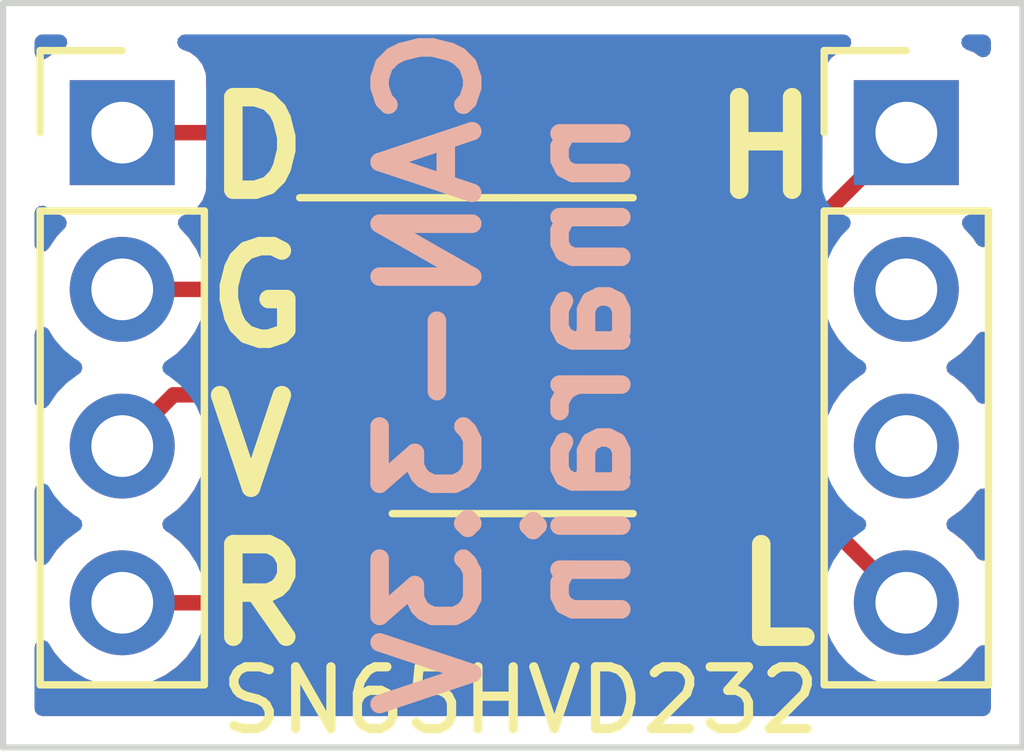
<source format=kicad_pcb>
(kicad_pcb (version 20211014) (generator pcbnew)
  (layers (0 "F.Cu" signal) (31 "B.Cu" signal) (34 "B.Paste" user) (35 "F.Paste" user) (36 "B.SilkS" user "B.Silkscreen") (37 "F.SilkS" user "F.Silkscreen") (38 "B.Mask" user) (39 "F.Mask" user) (44 "Edge.Cuts" user))
  (net 0 "")
  (net 1 "Net-(J1-Pad2)")
  (net 2 "Net-(J1-Pad3)")
  (net 3 "Net-(J1-Pad4)")
  (net 6 "Net-(J1-Pad1)")
  (net 7 "Net-(J2-Pad1)")
  (net 10 "Net-(J2-Pad4)")
  (footprint "Connector_PinHeader_2.54mm:PinHeader_1x04_P2.54mm_Vertical" (layer "F.Cu") (at 127.025 91)
    (fp_text reference "J2" hide)
    (fp_text value "Conn_01x04" hide)
    (fp_line (start -1.33 8.95) (end 1.33 8.95) (layer "F.SilkS") (width 0.12))
    (fp_line (start 1.33 1.27) (end 1.33 8.95) (layer "F.SilkS") (width 0.12))
    (fp_line (start -1.33 1.27) (end -1.33 8.95) (layer "F.SilkS") (width 0.12))
    (fp_line (start -1.33 1.27) (end 1.33 1.27) (layer "F.SilkS") (width 0.12))
    (fp_line (start -1.33 -1.33) (end 0 -1.33) (layer "F.SilkS") (width 0.12))
    (fp_line (start -1.33 0) (end -1.33 -1.33) (layer "F.SilkS") (width 0.12))
    (pad "1" thru_hole rect (at 0 0) (size 1.7 1.7) (drill 1) (layers *.Cu *.Mask) (net 7 "Net-(J2-Pad1)"))
    (pad "2" thru_hole oval (at 0 2.54) (size 1.7 1.7) (drill 1) (layers *.Cu *.Mask))
    (pad "3" thru_hole oval (at 0 5.08) (size 1.7 1.7) (drill 1) (layers *.Cu *.Mask))
    (pad "4" thru_hole oval (at 0 7.62) (size 1.7 1.7) (drill 1) (layers *.Cu *.Mask) (net 10 "Net-(J2-Pad4)"))
  )
  (footprint "Connector_PinHeader_2.54mm:PinHeader_1x04_P2.54mm_Vertical" (layer "F.Cu") (at 114.325 91)
    (fp_text reference "J1" hide)
    (fp_text value "Conn_01x04" hide)
    (fp_line (start -1.33 8.95) (end 1.33 8.95) (layer "F.SilkS") (width 0.12))
    (fp_line (start -1.33 1.27) (end -1.33 8.95) (layer "F.SilkS") (width 0.12))
    (fp_line (start 1.33 1.27) (end 1.33 8.95) (layer "F.SilkS") (width 0.12))
    (fp_line (start -1.33 0) (end -1.33 -1.33) (layer "F.SilkS") (width 0.12))
    (fp_line (start -1.33 -1.33) (end 0 -1.33) (layer "F.SilkS") (width 0.12))
    (fp_line (start -1.33 1.27) (end 1.33 1.27) (layer "F.SilkS") (width 0.12))
    (pad "1" thru_hole rect (at 0 0) (size 1.7 1.7) (drill 1) (layers *.Cu *.Mask) (net 6 "Net-(J1-Pad1)"))
    (pad "2" thru_hole oval (at 0 2.54) (size 1.7 1.7) (drill 1) (layers *.Cu *.Mask) (net 1 "Net-(J1-Pad2)"))
    (pad "3" thru_hole oval (at 0 5.08) (size 1.7 1.7) (drill 1) (layers *.Cu *.Mask) (net 2 "Net-(J1-Pad3)"))
    (pad "4" thru_hole oval (at 0 7.62) (size 1.7 1.7) (drill 1) (layers *.Cu *.Mask) (net 3 "Net-(J1-Pad4)"))
  )
  (footprint "Package_SO:SOIC-8_3.9x4.9mm_P1.27mm" (layer "F.Cu") (at 120.65 94.615)
    (fp_text reference "U1" hide)
    (fp_text value "SN65HVD232" (at 0.127 5.588) (layer "F.SilkS"))
    (fp_line (start 0 -2.56) (end 1.95 -2.56) (layer "F.SilkS") (width 0.12))
    (fp_line (start 0 2.56) (end 1.95 2.56) (layer "F.SilkS") (width 0.12))
    (fp_line (start 0 2.56) (end -1.95 2.56) (layer "F.SilkS") (width 0.12))
    (fp_line (start 0 -2.56) (end -3.45 -2.56) (layer "F.SilkS") (width 0.12))
    (pad "1" smd roundrect (at -2.475 -1.905) (size 1.95 0.6) (layers "F.Cu" "F.Paste" "F.Mask") (net 6 "Net-(J1-Pad1)"))
    (pad "2" smd roundrect (at -2.475 -0.635) (size 1.95 0.6) (layers "F.Cu" "F.Paste" "F.Mask") (net 1 "Net-(J1-Pad2)"))
    (pad "3" smd roundrect (at -2.475 0.635) (size 1.95 0.6) (layers "F.Cu" "F.Paste" "F.Mask") (net 2 "Net-(J1-Pad3)"))
    (pad "4" smd roundrect (at -2.475 1.905) (size 1.95 0.6) (layers "F.Cu" "F.Paste" "F.Mask") (net 3 "Net-(J1-Pad4)"))
    (pad "5" smd roundrect (at 2.475 1.905) (size 1.95 0.6) (layers "F.Cu" "F.Paste" "F.Mask"))
    (pad "6" smd roundrect (at 2.475 0.635) (size 1.95 0.6) (layers "F.Cu" "F.Paste" "F.Mask") (net 10 "Net-(J2-Pad4)"))
    (pad "7" smd roundrect (at 2.475 -0.635) (size 1.95 0.6) (layers "F.Cu" "F.Paste" "F.Mask") (net 7 "Net-(J2-Pad1)"))
    (pad "8" smd roundrect (at 2.475 -1.905) (size 1.95 0.6) (layers "F.Cu" "F.Paste" "F.Mask"))
  )
  (gr_line (start 128.905 100.965) (end 112.395 100.965) (layer "Edge.Cuts") (width 0.1))
  (gr_line (start 112.395 88.9) (end 128.905 88.9) (layer "Edge.Cuts") (width 0.1))
  (gr_line (start 128.905 88.9) (end 128.905 100.965) (layer "Edge.Cuts") (width 0.1))
  (gr_line (start 112.395 100.965) (end 112.395 88.9) (layer "Edge.Cuts") (width 0.1))
  (gr_text "CAN-3.3V\nnnarain" (at 120.523 94.869 90) (layer "B.SilkS") (effects (font (size 1.5 1.5) (thickness 0.3)) (justify mirror)))
  (gr_text "H\n\n\nL" (at 125.73 94.869) (layer "F.SilkS") (effects (font (size 1.5 1.5) (thickness 0.3)) (justify right)))
  (gr_text "D\nG\nV\nR" (at 115.57 94.869) (layer "F.SilkS") (effects (font (size 1.5 1.5) (thickness 0.3)) (justify left)))
  (segment (start 114.325 93.54) (end 117.735 93.54) (width 0.25) (layer "F.Cu") (net 1))
  (segment (start 117.735 93.54) (end 118.175 93.98) (width 0.25) (layer "F.Cu") (net 1))
  (segment (start 114.325 96.08) (end 115.155 95.25) (width 0.25) (layer "F.Cu") (net 2))
  (segment (start 115.155 95.25) (end 118.175 95.25) (width 0.25) (layer "F.Cu") (net 2))
  (segment (start 114.325 98.62) (end 116.075 98.62) (width 0.25) (layer "F.Cu") (net 3))
  (segment (start 116.075 98.62) (end 118.175 96.52) (width 0.25) (layer "F.Cu") (net 3))
  (segment (start 116.465 91) (end 118.175 92.71) (width 0.25) (layer "F.Cu") (net 6))
  (segment (start 114.325 91) (end 116.465 91) (width 0.25) (layer "F.Cu") (net 6))
  (segment (start 124.045 93.98) (end 127.025 91) (width 0.25) (layer "F.Cu") (net 7))
  (segment (start 123.125 93.98) (end 124.045 93.98) (width 0.25) (layer "F.Cu") (net 7))
  (segment (start 123.655 95.25) (end 127.025 98.62) (width 0.25) (layer "F.Cu") (net 10))
  (segment (start 123.125 95.25) (end 123.655 95.25) (width 0.25) (layer "F.Cu") (net 10))
  (zone (net 0) (net_name "") (layer "F.Cu") (connect_pads (clearance 0.508)) (min_thickness 0.254) (fill yes (thermal_gap 0.508) (thermal_bridge_width 0.508))
    (polygon (pts (xy 128.778 100.838) (xy 112.522 100.838) (xy 112.522 89.027) (xy 128.778 89.027)))
  )
  (zone (net 0) (net_name "") (layer "B.Cu") (connect_pads (clearance 0.508)) (min_thickness 0.254) (fill yes (thermal_gap 0.508) (thermal_bridge_width 0.508))
    (polygon (pts (xy 128.778 100.838) (xy 112.522 100.838) (xy 112.522 89.027) (xy 128.778 89.027)))
  )
)
</source>
